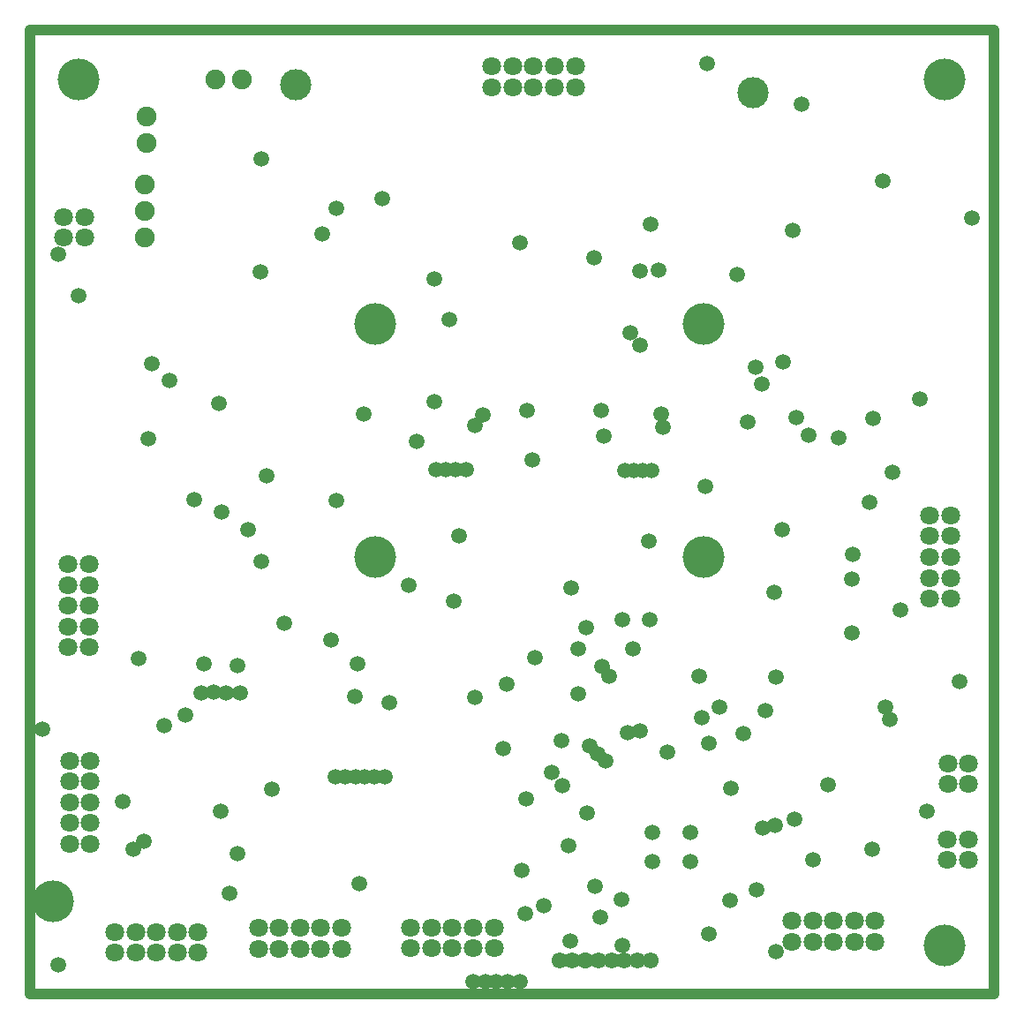
<source format=gbr>
%TF.GenerationSoftware,Altium Limited,Altium Designer,18.1.7 (191)*%
G04 Layer_Physical_Order=2*
G04 Layer_Color=32768*
%FSLAX43Y43*%
%MOMM*%
%TF.FileFunction,Copper,L2,Inr,Plane*%
%TF.Part,Single*%
G01*
G75*
%TA.AperFunction,ViaPad*%
%ADD57C,3.000*%
%TA.AperFunction,NonConductor*%
%ADD61C,1.016*%
%TA.AperFunction,ComponentPad*%
%ADD62C,1.800*%
%TA.AperFunction,ViaPad*%
%ADD63C,4.000*%
%TA.AperFunction,ComponentPad*%
%ADD64C,1.550*%
%ADD65C,1.600*%
%ADD66C,1.900*%
%ADD67C,4.000*%
%TA.AperFunction,ViaPad*%
%ADD68C,1.500*%
D57*
X85950Y103100D02*
D03*
X42125Y103875D02*
D03*
D61*
X16575Y16600D02*
Y109100D01*
Y16600D02*
X109075D01*
Y109100D01*
X16575D02*
X109075D01*
D62*
X104625Y38750D02*
D03*
Y36750D02*
D03*
X106625Y38750D02*
D03*
Y36750D02*
D03*
X53100Y23000D02*
D03*
Y21000D02*
D03*
X55100Y23000D02*
D03*
Y21000D02*
D03*
X57100Y23000D02*
D03*
Y21000D02*
D03*
X59100Y23000D02*
D03*
Y21000D02*
D03*
X61100Y23000D02*
D03*
Y21000D02*
D03*
X20400Y39025D02*
D03*
X22400D02*
D03*
X20400Y37025D02*
D03*
X22400D02*
D03*
X20400Y35025D02*
D03*
X22400D02*
D03*
X20400Y33025D02*
D03*
X22400D02*
D03*
X20400Y31025D02*
D03*
X22400D02*
D03*
X89675Y21625D02*
D03*
Y23625D02*
D03*
X91675Y21625D02*
D03*
Y23625D02*
D03*
X93675Y21625D02*
D03*
Y23625D02*
D03*
X95675Y21625D02*
D03*
Y23625D02*
D03*
X97675Y21625D02*
D03*
Y23625D02*
D03*
X104600Y31475D02*
D03*
Y29475D02*
D03*
X106600Y31475D02*
D03*
Y29475D02*
D03*
X46500Y22975D02*
D03*
Y20975D02*
D03*
X44500Y22975D02*
D03*
Y20975D02*
D03*
X42500Y22975D02*
D03*
Y20975D02*
D03*
X40500Y22975D02*
D03*
Y20975D02*
D03*
X38500Y22975D02*
D03*
Y20975D02*
D03*
X32725Y22575D02*
D03*
Y20575D02*
D03*
X30725Y22575D02*
D03*
Y20575D02*
D03*
X28725Y22575D02*
D03*
Y20575D02*
D03*
X26725Y22575D02*
D03*
Y20575D02*
D03*
X24725Y22575D02*
D03*
Y20575D02*
D03*
X20275Y49875D02*
D03*
Y51875D02*
D03*
Y55875D02*
D03*
X22275Y51875D02*
D03*
X20275Y53875D02*
D03*
X22275Y49875D02*
D03*
Y53875D02*
D03*
X20275Y57875D02*
D03*
X22275Y55875D02*
D03*
Y57875D02*
D03*
X104900Y54550D02*
D03*
X102900D02*
D03*
X104900Y56550D02*
D03*
X102900D02*
D03*
X104900Y58550D02*
D03*
X102900D02*
D03*
X104900Y60550D02*
D03*
X102900D02*
D03*
X104900Y62550D02*
D03*
X102900D02*
D03*
X68900Y105575D02*
D03*
Y103575D02*
D03*
X66900Y105575D02*
D03*
Y103575D02*
D03*
X64900Y105575D02*
D03*
Y103575D02*
D03*
X62900Y105575D02*
D03*
Y103575D02*
D03*
X60900Y105575D02*
D03*
Y103575D02*
D03*
X21850Y89150D02*
D03*
Y91150D02*
D03*
X19850Y89150D02*
D03*
Y91150D02*
D03*
D63*
X104350Y21325D02*
D03*
X104325Y104350D02*
D03*
X21300Y104350D02*
D03*
X18775Y25525D02*
D03*
D64*
X76125Y19825D02*
D03*
X74875D02*
D03*
X73625D02*
D03*
X72375D02*
D03*
X71125D02*
D03*
X68625D02*
D03*
X67375D02*
D03*
D65*
X69875D02*
D03*
D66*
X27600Y89160D02*
D03*
Y91700D02*
D03*
Y94240D02*
D03*
X27775Y98250D02*
D03*
Y100775D02*
D03*
X34400Y104325D02*
D03*
X36925D02*
D03*
D67*
X81250Y58500D02*
D03*
Y80900D02*
D03*
X49750D02*
D03*
Y58500D02*
D03*
D68*
X50675Y37500D02*
D03*
X49650D02*
D03*
X46875Y37475D02*
D03*
X47825Y37500D02*
D03*
X45925D02*
D03*
X48700D02*
D03*
X39825Y36300D02*
D03*
X88825Y77225D02*
D03*
X84400Y85600D02*
D03*
X95450Y56425D02*
D03*
X88750Y61200D02*
D03*
X71450Y48075D02*
D03*
X60025Y72150D02*
D03*
X71350Y72575D02*
D03*
X26475Y30525D02*
D03*
X41000Y52225D02*
D03*
X45475Y50550D02*
D03*
X46025Y63975D02*
D03*
X48650Y72225D02*
D03*
X51025Y44550D02*
D03*
X47800Y45150D02*
D03*
X64175Y35325D02*
D03*
X69150Y45425D02*
D03*
X27550Y31300D02*
D03*
X77725Y39800D02*
D03*
X75150Y41825D02*
D03*
X63775Y28500D02*
D03*
X19325Y87550D02*
D03*
X61975Y40200D02*
D03*
X62300Y46375D02*
D03*
X37525Y61200D02*
D03*
X76325Y29325D02*
D03*
X105800Y46600D02*
D03*
X89900Y33375D02*
D03*
X75100Y78875D02*
D03*
X74200Y80050D02*
D03*
X98675Y44175D02*
D03*
X73450Y21250D02*
D03*
X66675Y37900D02*
D03*
X71600Y70100D02*
D03*
X86775Y75100D02*
D03*
X59125Y17850D02*
D03*
X81550Y105900D02*
D03*
X106950Y91050D02*
D03*
X98425Y94575D02*
D03*
X91700Y29500D02*
D03*
X57225Y54275D02*
D03*
X39300Y66325D02*
D03*
X34750Y73275D02*
D03*
X27975Y69875D02*
D03*
X38775Y58150D02*
D03*
X32350Y64025D02*
D03*
X48050Y48325D02*
D03*
X67675Y36625D02*
D03*
X83775Y25625D02*
D03*
X86300Y26650D02*
D03*
X67550Y40925D02*
D03*
X65900Y25125D02*
D03*
X73300Y25725D02*
D03*
X95450Y51225D02*
D03*
X95475Y58800D02*
D03*
X74425Y49700D02*
D03*
X73425Y52500D02*
D03*
X87975Y55175D02*
D03*
X82700Y44175D02*
D03*
X88125Y47000D02*
D03*
X69150Y49775D02*
D03*
X76075Y52500D02*
D03*
X76000Y60025D02*
D03*
X64250Y72600D02*
D03*
X57725Y60575D02*
D03*
X64775Y67875D02*
D03*
X73950Y41725D02*
D03*
X55400Y73475D02*
D03*
X81750Y22350D02*
D03*
X91325Y70200D02*
D03*
X38675Y85900D02*
D03*
X36525Y48125D02*
D03*
X44625Y89550D02*
D03*
X76125Y90475D02*
D03*
X90100Y71950D02*
D03*
X99075Y42950D02*
D03*
X94175Y69950D02*
D03*
X21225Y83625D02*
D03*
X72175Y47100D02*
D03*
X38825Y96750D02*
D03*
X85000Y41575D02*
D03*
X70675Y87225D02*
D03*
X19325Y19400D02*
D03*
X87175Y43800D02*
D03*
X88125Y20675D02*
D03*
X102600Y34200D02*
D03*
X64125Y24300D02*
D03*
X55400Y85250D02*
D03*
X56825Y81325D02*
D03*
X75075Y85950D02*
D03*
X63625Y88725D02*
D03*
X90600Y101975D02*
D03*
X89750Y89850D02*
D03*
X17825Y42000D02*
D03*
X59300Y45075D02*
D03*
X70800Y26950D02*
D03*
X83825Y36375D02*
D03*
X76325Y32150D02*
D03*
X79900D02*
D03*
Y29300D02*
D03*
X100100Y53425D02*
D03*
X99350Y66650D02*
D03*
X97125Y63750D02*
D03*
X77175Y72275D02*
D03*
X86225Y76750D02*
D03*
X85450Y71525D02*
D03*
X81375Y65350D02*
D03*
X46025Y92025D02*
D03*
X50425Y92925D02*
D03*
X30000Y75475D02*
D03*
X28325Y77050D02*
D03*
X53700Y69600D02*
D03*
X81075Y43100D02*
D03*
X80775Y47100D02*
D03*
X69975Y51800D02*
D03*
X57425Y66900D02*
D03*
X58400D02*
D03*
X56500D02*
D03*
X55575D02*
D03*
X68250Y30875D02*
D03*
X36475Y30075D02*
D03*
X34875Y34175D02*
D03*
X29500Y42350D02*
D03*
X25475Y35075D02*
D03*
X71300Y23975D02*
D03*
X81750Y40700D02*
D03*
X69990Y34010D02*
D03*
X97350Y30550D02*
D03*
X65075Y48850D02*
D03*
X68500Y55550D02*
D03*
X59275Y71150D02*
D03*
X77350Y71025D02*
D03*
X88075Y32775D02*
D03*
X86900Y32550D02*
D03*
X101975Y73725D02*
D03*
X76900Y86025D02*
D03*
X31475Y43400D02*
D03*
X35000Y62900D02*
D03*
X27050Y48775D02*
D03*
X97450Y71800D02*
D03*
X63575Y17850D02*
D03*
X62400D02*
D03*
X61325D02*
D03*
X60275D02*
D03*
X70250Y40450D02*
D03*
X71787Y38987D02*
D03*
X71025Y39700D02*
D03*
X93125Y36725D02*
D03*
X35750Y26300D02*
D03*
X48225Y27250D02*
D03*
X33325Y48300D02*
D03*
X52925Y55825D02*
D03*
X33050Y45525D02*
D03*
X34225Y45550D02*
D03*
X35425Y45525D02*
D03*
X36775D02*
D03*
X68450Y21725D02*
D03*
X74500Y66850D02*
D03*
X73650Y66825D02*
D03*
X75350Y66850D02*
D03*
X76175D02*
D03*
%TF.MD5,be24683ba0bc1bf57753a63d0d75d2fc*%
M02*

</source>
